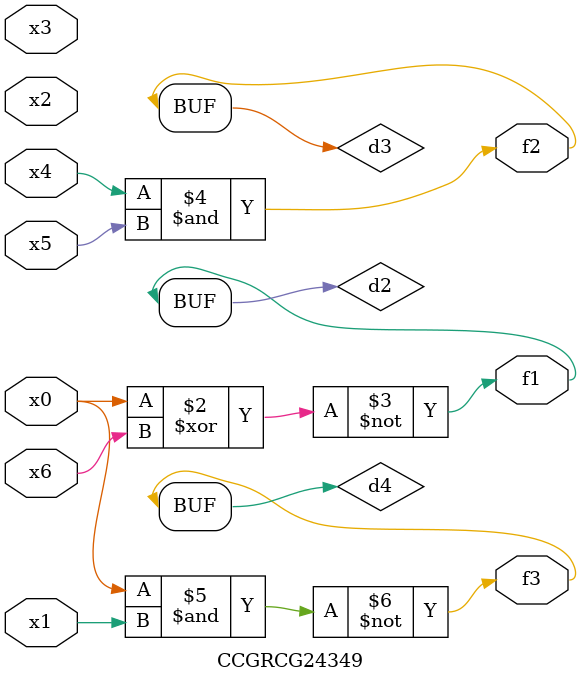
<source format=v>
module CCGRCG24349(
	input x0, x1, x2, x3, x4, x5, x6,
	output f1, f2, f3
);

	wire d1, d2, d3, d4;

	nor (d1, x0);
	xnor (d2, x0, x6);
	and (d3, x4, x5);
	nand (d4, x0, x1);
	assign f1 = d2;
	assign f2 = d3;
	assign f3 = d4;
endmodule

</source>
